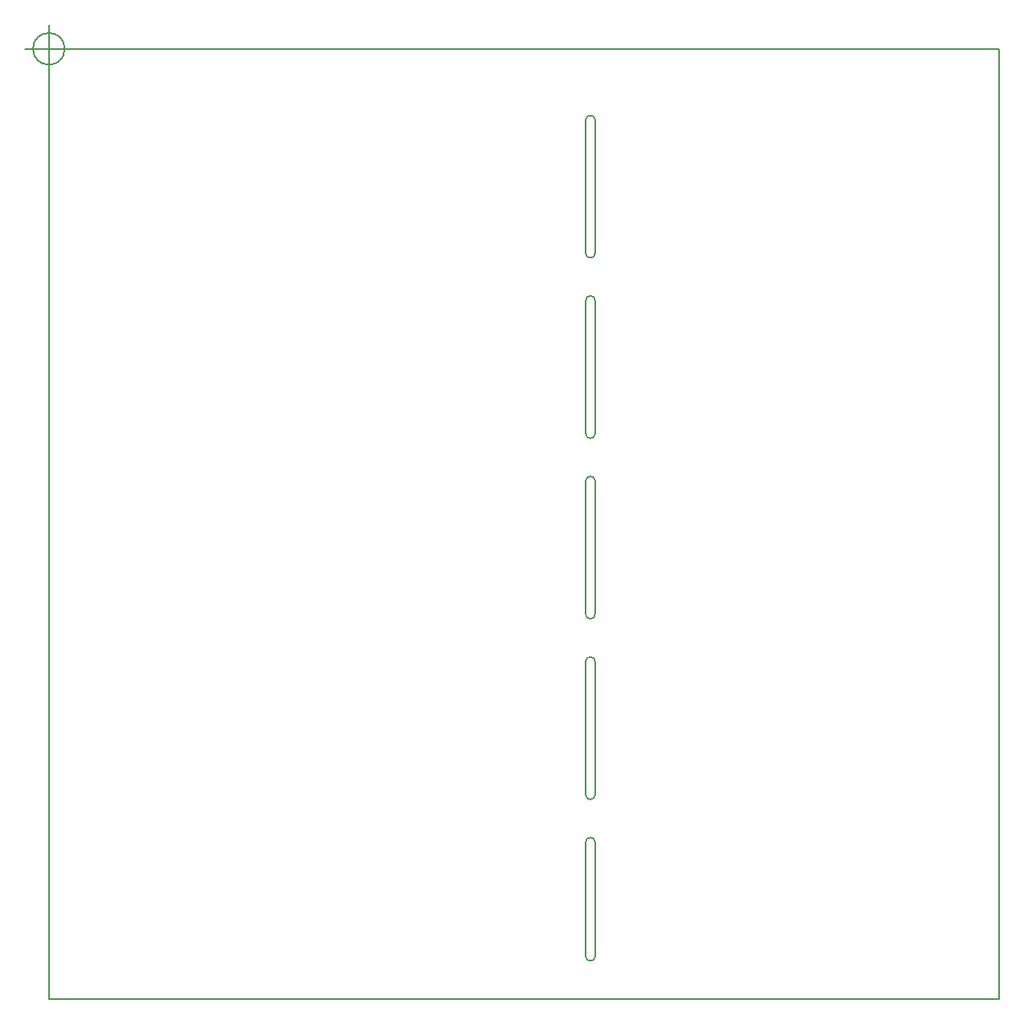
<source format=gbr>
G04 #@! TF.GenerationSoftware,KiCad,Pcbnew,5.0.2-bee76a0~70~ubuntu16.04.1*
G04 #@! TF.CreationDate,2019-02-17T20:15:14+09:00*
G04 #@! TF.ProjectId,msykbd,6d73796b-6264-42e6-9b69-6361645f7063,rev?*
G04 #@! TF.SameCoordinates,Original*
G04 #@! TF.FileFunction,Profile,NP*
%FSLAX46Y46*%
G04 Gerber Fmt 4.6, Leading zero omitted, Abs format (unit mm)*
G04 Created by KiCad (PCBNEW 5.0.2-bee76a0~70~ubuntu16.04.1) date 2019年02月17日 20時15分14秒*
%MOMM*%
%LPD*%
G01*
G04 APERTURE LIST*
%ADD10C,0.200000*%
%ADD11C,0.150000*%
G04 APERTURE END LIST*
D10*
X86500000Y-113500000D02*
G75*
G02X87500000Y-113500000I500000J0D01*
G01*
D11*
X86500000Y-125500000D02*
X86500000Y-113500000D01*
X87500000Y-113500000D02*
X87500000Y-125500000D01*
X87500000Y-125500000D02*
G75*
G02X86500000Y-125500000I-500000J0D01*
G01*
X87500000Y-70500000D02*
X87500000Y-56500000D01*
X86500000Y-56500000D02*
X86500000Y-70500000D01*
X86500000Y-51500000D02*
X86500000Y-37500000D01*
X87500000Y-37500000D02*
X87500000Y-51500000D01*
X86500000Y-37500000D02*
G75*
G02X87500000Y-37500000I500000J0D01*
G01*
X87500000Y-51500000D02*
G75*
G02X86500000Y-51500000I-500000J0D01*
G01*
X86500000Y-56500000D02*
G75*
G02X87500000Y-56500000I500000J0D01*
G01*
X87500000Y-70500000D02*
G75*
G02X86500000Y-70500000I-500000J0D01*
G01*
X30000000Y-130000000D02*
X130000000Y-130000000D01*
X86500000Y-89500000D02*
X86500000Y-75500000D01*
X87500000Y-75500000D02*
X87500000Y-89500000D01*
X86500000Y-75500000D02*
G75*
G02X87500000Y-75500000I500000J0D01*
G01*
X87500000Y-89500000D02*
G75*
G02X86500000Y-89500000I-500000J0D01*
G01*
X86500000Y-94500000D02*
X86500000Y-108500000D01*
X87500000Y-94500000D02*
X87500000Y-108500000D01*
X86500000Y-94500000D02*
G75*
G02X87500000Y-94500000I500000J0D01*
G01*
X87500000Y-108500000D02*
G75*
G02X86500000Y-108500000I-500000J0D01*
G01*
X30000000Y-30000000D02*
X130000000Y-30000000D01*
X130000000Y-30000000D02*
X130000000Y-31000000D01*
X130000000Y-130000000D02*
X130000000Y-30000000D01*
X30000000Y-30000000D02*
X30000000Y-130000000D01*
X31666666Y-30000000D02*
G75*
G03X31666666Y-30000000I-1666666J0D01*
G01*
X27500000Y-30000000D02*
X32500000Y-30000000D01*
X30000000Y-27500000D02*
X30000000Y-32500000D01*
M02*

</source>
